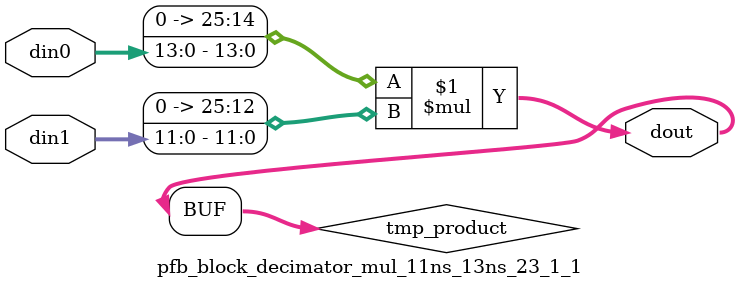
<source format=v>

`timescale 1 ns / 1 ps

  module pfb_block_decimator_mul_11ns_13ns_23_1_1(din0, din1, dout);
parameter ID = 1;
parameter NUM_STAGE = 0;
parameter din0_WIDTH = 14;
parameter din1_WIDTH = 12;
parameter dout_WIDTH = 26;

input [din0_WIDTH - 1 : 0] din0; 
input [din1_WIDTH - 1 : 0] din1; 
output [dout_WIDTH - 1 : 0] dout;

wire signed [dout_WIDTH - 1 : 0] tmp_product;










assign tmp_product = $signed({1'b0, din0}) * $signed({1'b0, din1});











assign dout = tmp_product;







endmodule

</source>
